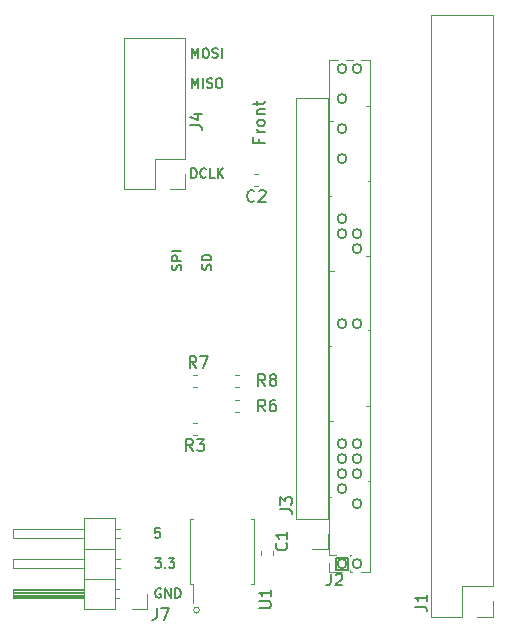
<source format=gbr>
G04 #@! TF.GenerationSoftware,KiCad,Pcbnew,(5.1.5-0)*
G04 #@! TF.CreationDate,2020-01-06T21:53:32-08:00*
G04 #@! TF.ProjectId,cisco_hwic_dev_board,63697363-6f5f-4687-9769-635f6465765f,rev?*
G04 #@! TF.SameCoordinates,Original*
G04 #@! TF.FileFunction,Legend,Top*
G04 #@! TF.FilePolarity,Positive*
%FSLAX46Y46*%
G04 Gerber Fmt 4.6, Leading zero omitted, Abs format (unit mm)*
G04 Created by KiCad (PCBNEW (5.1.5-0)) date 2020-01-06 21:53:32*
%MOMM*%
%LPD*%
G04 APERTURE LIST*
%ADD10C,0.120000*%
%ADD11C,0.150000*%
G04 APERTURE END LIST*
D10*
X-551180000Y535813000D02*
G75*
G03X-551180000Y535813000I-254000J0D01*
G01*
D11*
X-550221190Y564648428D02*
X-550183095Y564762714D01*
X-550183095Y564953190D01*
X-550221190Y565029380D01*
X-550259285Y565067476D01*
X-550335476Y565105571D01*
X-550411666Y565105571D01*
X-550487857Y565067476D01*
X-550525952Y565029380D01*
X-550564047Y564953190D01*
X-550602142Y564800809D01*
X-550640238Y564724619D01*
X-550678333Y564686523D01*
X-550754523Y564648428D01*
X-550830714Y564648428D01*
X-550906904Y564686523D01*
X-550945000Y564724619D01*
X-550983095Y564800809D01*
X-550983095Y564991285D01*
X-550945000Y565105571D01*
X-550183095Y565448428D02*
X-550983095Y565448428D01*
X-550983095Y565638904D01*
X-550945000Y565753190D01*
X-550868809Y565829380D01*
X-550792619Y565867476D01*
X-550640238Y565905571D01*
X-550525952Y565905571D01*
X-550373571Y565867476D01*
X-550297380Y565829380D01*
X-550221190Y565753190D01*
X-550183095Y565638904D01*
X-550183095Y565448428D01*
X-552761190Y564584952D02*
X-552723095Y564699238D01*
X-552723095Y564889714D01*
X-552761190Y564965904D01*
X-552799285Y565004000D01*
X-552875476Y565042095D01*
X-552951666Y565042095D01*
X-553027857Y565004000D01*
X-553065952Y564965904D01*
X-553104047Y564889714D01*
X-553142142Y564737333D01*
X-553180238Y564661142D01*
X-553218333Y564623047D01*
X-553294523Y564584952D01*
X-553370714Y564584952D01*
X-553446904Y564623047D01*
X-553485000Y564661142D01*
X-553523095Y564737333D01*
X-553523095Y564927809D01*
X-553485000Y565042095D01*
X-552723095Y565384952D02*
X-553523095Y565384952D01*
X-553523095Y565689714D01*
X-553485000Y565765904D01*
X-553446904Y565804000D01*
X-553370714Y565842095D01*
X-553256428Y565842095D01*
X-553180238Y565804000D01*
X-553142142Y565765904D01*
X-553104047Y565689714D01*
X-553104047Y565384952D01*
X-552723095Y566184952D02*
X-553523095Y566184952D01*
X-554545523Y542728095D02*
X-554926476Y542728095D01*
X-554964571Y542347142D01*
X-554926476Y542385238D01*
X-554850285Y542423333D01*
X-554659809Y542423333D01*
X-554583619Y542385238D01*
X-554545523Y542347142D01*
X-554507428Y542270952D01*
X-554507428Y542080476D01*
X-554545523Y542004285D01*
X-554583619Y541966190D01*
X-554659809Y541928095D01*
X-554850285Y541928095D01*
X-554926476Y541966190D01*
X-554964571Y542004285D01*
X-554939095Y540188095D02*
X-554443857Y540188095D01*
X-554710523Y539883333D01*
X-554596238Y539883333D01*
X-554520047Y539845238D01*
X-554481952Y539807142D01*
X-554443857Y539730952D01*
X-554443857Y539540476D01*
X-554481952Y539464285D01*
X-554520047Y539426190D01*
X-554596238Y539388095D01*
X-554824809Y539388095D01*
X-554901000Y539426190D01*
X-554939095Y539464285D01*
X-554101000Y539464285D02*
X-554062904Y539426190D01*
X-554101000Y539388095D01*
X-554139095Y539426190D01*
X-554101000Y539464285D01*
X-554101000Y539388095D01*
X-553796238Y540188095D02*
X-553301000Y540188095D01*
X-553567666Y539883333D01*
X-553453380Y539883333D01*
X-553377190Y539845238D01*
X-553339095Y539807142D01*
X-553301000Y539730952D01*
X-553301000Y539540476D01*
X-553339095Y539464285D01*
X-553377190Y539426190D01*
X-553453380Y539388095D01*
X-553681952Y539388095D01*
X-553758142Y539426190D01*
X-553796238Y539464285D01*
X-554456523Y537610000D02*
X-554532714Y537648095D01*
X-554647000Y537648095D01*
X-554761285Y537610000D01*
X-554837476Y537533809D01*
X-554875571Y537457619D01*
X-554913666Y537305238D01*
X-554913666Y537190952D01*
X-554875571Y537038571D01*
X-554837476Y536962380D01*
X-554761285Y536886190D01*
X-554647000Y536848095D01*
X-554570809Y536848095D01*
X-554456523Y536886190D01*
X-554418428Y536924285D01*
X-554418428Y537190952D01*
X-554570809Y537190952D01*
X-554075571Y536848095D02*
X-554075571Y537648095D01*
X-553618428Y536848095D01*
X-553618428Y537648095D01*
X-553237476Y536848095D02*
X-553237476Y537648095D01*
X-553047000Y537648095D01*
X-552932714Y537610000D01*
X-552856523Y537533809D01*
X-552818428Y537457619D01*
X-552780333Y537305238D01*
X-552780333Y537190952D01*
X-552818428Y537038571D01*
X-552856523Y536962380D01*
X-552932714Y536886190D01*
X-553047000Y536848095D01*
X-553237476Y536848095D01*
X-546171428Y575730857D02*
X-546171428Y575397523D01*
X-545647619Y575397523D02*
X-546647619Y575397523D01*
X-546647619Y575873714D01*
X-545647619Y576254666D02*
X-546314285Y576254666D01*
X-546123809Y576254666D02*
X-546219047Y576302285D01*
X-546266666Y576349904D01*
X-546314285Y576445142D01*
X-546314285Y576540380D01*
X-545647619Y577016571D02*
X-545695238Y576921333D01*
X-545742857Y576873714D01*
X-545838095Y576826095D01*
X-546123809Y576826095D01*
X-546219047Y576873714D01*
X-546266666Y576921333D01*
X-546314285Y577016571D01*
X-546314285Y577159428D01*
X-546266666Y577254666D01*
X-546219047Y577302285D01*
X-546123809Y577349904D01*
X-545838095Y577349904D01*
X-545742857Y577302285D01*
X-545695238Y577254666D01*
X-545647619Y577159428D01*
X-545647619Y577016571D01*
X-546314285Y577778476D02*
X-545647619Y577778476D01*
X-546219047Y577778476D02*
X-546266666Y577826095D01*
X-546314285Y577921333D01*
X-546314285Y578064190D01*
X-546266666Y578159428D01*
X-546171428Y578207047D01*
X-545647619Y578207047D01*
X-546314285Y578540380D02*
X-546314285Y578921333D01*
X-546647619Y578683238D02*
X-545790476Y578683238D01*
X-545695238Y578730857D01*
X-545647619Y578826095D01*
X-545647619Y578921333D01*
X-551802142Y582568095D02*
X-551802142Y583368095D01*
X-551535476Y582796666D01*
X-551268809Y583368095D01*
X-551268809Y582568095D01*
X-550735476Y583368095D02*
X-550583095Y583368095D01*
X-550506904Y583330000D01*
X-550430714Y583253809D01*
X-550392619Y583101428D01*
X-550392619Y582834761D01*
X-550430714Y582682380D01*
X-550506904Y582606190D01*
X-550583095Y582568095D01*
X-550735476Y582568095D01*
X-550811666Y582606190D01*
X-550887857Y582682380D01*
X-550925952Y582834761D01*
X-550925952Y583101428D01*
X-550887857Y583253809D01*
X-550811666Y583330000D01*
X-550735476Y583368095D01*
X-550087857Y582606190D02*
X-549973571Y582568095D01*
X-549783095Y582568095D01*
X-549706904Y582606190D01*
X-549668809Y582644285D01*
X-549630714Y582720476D01*
X-549630714Y582796666D01*
X-549668809Y582872857D01*
X-549706904Y582910952D01*
X-549783095Y582949047D01*
X-549935476Y582987142D01*
X-550011666Y583025238D01*
X-550049761Y583063333D01*
X-550087857Y583139523D01*
X-550087857Y583215714D01*
X-550049761Y583291904D01*
X-550011666Y583330000D01*
X-549935476Y583368095D01*
X-549745000Y583368095D01*
X-549630714Y583330000D01*
X-549287857Y582568095D02*
X-549287857Y583368095D01*
X-551802142Y580028095D02*
X-551802142Y580828095D01*
X-551535476Y580256666D01*
X-551268809Y580828095D01*
X-551268809Y580028095D01*
X-550887857Y580028095D02*
X-550887857Y580828095D01*
X-550545000Y580066190D02*
X-550430714Y580028095D01*
X-550240238Y580028095D01*
X-550164047Y580066190D01*
X-550125952Y580104285D01*
X-550087857Y580180476D01*
X-550087857Y580256666D01*
X-550125952Y580332857D01*
X-550164047Y580370952D01*
X-550240238Y580409047D01*
X-550392619Y580447142D01*
X-550468809Y580485238D01*
X-550506904Y580523333D01*
X-550545000Y580599523D01*
X-550545000Y580675714D01*
X-550506904Y580751904D01*
X-550468809Y580790000D01*
X-550392619Y580828095D01*
X-550202142Y580828095D01*
X-550087857Y580790000D01*
X-549592619Y580828095D02*
X-549440238Y580828095D01*
X-549364047Y580790000D01*
X-549287857Y580713809D01*
X-549249761Y580561428D01*
X-549249761Y580294761D01*
X-549287857Y580142380D01*
X-549364047Y580066190D01*
X-549440238Y580028095D01*
X-549592619Y580028095D01*
X-549668809Y580066190D01*
X-549745000Y580142380D01*
X-549783095Y580294761D01*
X-549783095Y580561428D01*
X-549745000Y580713809D01*
X-549668809Y580790000D01*
X-549592619Y580828095D01*
X-551878333Y572408095D02*
X-551878333Y573208095D01*
X-551687857Y573208095D01*
X-551573571Y573170000D01*
X-551497380Y573093809D01*
X-551459285Y573017619D01*
X-551421190Y572865238D01*
X-551421190Y572750952D01*
X-551459285Y572598571D01*
X-551497380Y572522380D01*
X-551573571Y572446190D01*
X-551687857Y572408095D01*
X-551878333Y572408095D01*
X-550621190Y572484285D02*
X-550659285Y572446190D01*
X-550773571Y572408095D01*
X-550849761Y572408095D01*
X-550964047Y572446190D01*
X-551040238Y572522380D01*
X-551078333Y572598571D01*
X-551116428Y572750952D01*
X-551116428Y572865238D01*
X-551078333Y573017619D01*
X-551040238Y573093809D01*
X-550964047Y573170000D01*
X-550849761Y573208095D01*
X-550773571Y573208095D01*
X-550659285Y573170000D01*
X-550621190Y573131904D01*
X-549897380Y572408095D02*
X-550278333Y572408095D01*
X-550278333Y573208095D01*
X-549630714Y572408095D02*
X-549630714Y573208095D01*
X-549173571Y572408095D02*
X-549516428Y572865238D01*
X-549173571Y573208095D02*
X-549630714Y572750952D01*
D10*
X-536879800Y546760400D02*
X-536727400Y546760400D01*
X-537083000Y553059600D02*
X-536727400Y553059600D01*
X-536879800Y559511200D02*
X-536727400Y559511200D01*
X-537083000Y565759600D02*
X-536727400Y565759600D01*
X-536879800Y572109600D02*
X-536727400Y572109600D01*
X-537083000Y578510400D02*
X-536727400Y578510400D01*
X-540080200Y577240400D02*
X-539927800Y577240400D01*
X-540232600Y577240400D02*
X-539877000Y577240400D01*
X-540232600Y570890400D02*
X-540080200Y570890400D01*
X-540181800Y564540400D02*
X-539826200Y564540400D01*
X-540232600Y558139600D02*
X-540080200Y558139600D01*
X-540232600Y551789600D02*
X-539877000Y551789600D01*
X-540232600Y545388800D02*
X-540080200Y545388800D01*
D11*
X-538607000Y540258000D02*
X-538607000Y539242000D01*
X-539623000Y540258000D02*
X-538607000Y540258000D01*
X-539623000Y539242000D02*
X-539623000Y540258000D01*
X-538607000Y539242000D02*
X-539623000Y539242000D01*
X-538734000Y581660000D02*
G75*
G03X-538734000Y581660000I-381000J0D01*
G01*
X-537464000Y581660000D02*
G75*
G03X-537464000Y581660000I-381000J0D01*
G01*
X-538734000Y579120000D02*
G75*
G03X-538734000Y579120000I-381000J0D01*
G01*
X-538734000Y576580000D02*
G75*
G03X-538734000Y576580000I-381000J0D01*
G01*
X-538734000Y574040000D02*
G75*
G03X-538734000Y574040000I-381000J0D01*
G01*
X-538734000Y568960000D02*
G75*
G03X-538734000Y568960000I-381000J0D01*
G01*
X-538734000Y567690000D02*
G75*
G03X-538734000Y567690000I-381000J0D01*
G01*
X-537464000Y567690000D02*
G75*
G03X-537464000Y567690000I-381000J0D01*
G01*
X-537464000Y566420000D02*
G75*
G03X-537464000Y566420000I-381000J0D01*
G01*
X-538734000Y560070000D02*
G75*
G03X-538734000Y560070000I-381000J0D01*
G01*
X-537464000Y560070000D02*
G75*
G03X-537464000Y560070000I-381000J0D01*
G01*
X-537464000Y547370000D02*
G75*
G03X-537464000Y547370000I-381000J0D01*
G01*
X-537464000Y548640000D02*
G75*
G03X-537464000Y548640000I-381000J0D01*
G01*
X-537464000Y549910000D02*
G75*
G03X-537464000Y549910000I-381000J0D01*
G01*
X-538734000Y549910000D02*
G75*
G03X-538734000Y549910000I-381000J0D01*
G01*
X-538734000Y548640000D02*
G75*
G03X-538734000Y548640000I-381000J0D01*
G01*
X-538734000Y547370000D02*
G75*
G03X-538734000Y547370000I-381000J0D01*
G01*
X-538734000Y546100000D02*
G75*
G03X-538734000Y546100000I-381000J0D01*
G01*
X-537464000Y544830000D02*
G75*
G03X-537464000Y544830000I-381000J0D01*
G01*
X-538734000Y539750000D02*
G75*
G03X-538734000Y539750000I-381000J0D01*
G01*
X-537464000Y539750000D02*
G75*
G03X-537464000Y539750000I-381000J0D01*
G01*
D10*
X-539128000Y539064200D02*
X-540258000Y539064200D01*
X-540258000Y539826200D02*
X-540258000Y539066200D01*
X-536717730Y539064200D02*
X-537540200Y539064200D01*
X-538277530Y539055000D02*
X-538480000Y539055000D01*
X-538480000Y539186529D02*
X-538480000Y539055000D01*
X-538480000Y540512000D02*
X-538480000Y540368942D01*
X-538336942Y540512000D02*
X-538480000Y540512000D01*
X-539666071Y540510000D02*
X-540232600Y540510000D01*
X-540245000Y540512000D02*
X-540245000Y582355000D01*
X-536715000Y539064200D02*
X-536715000Y582355000D01*
X-538152530Y582355000D02*
X-538807470Y582355000D01*
X-539422530Y582355000D02*
X-540245000Y582355000D01*
X-536715000Y582355000D02*
X-537537470Y582355000D01*
X-526355000Y535245000D02*
X-527685000Y535245000D01*
X-526355000Y536575000D02*
X-526355000Y535245000D01*
X-528955000Y535245000D02*
X-531555000Y535245000D01*
X-528955000Y537845000D02*
X-528955000Y535245000D01*
X-526355000Y537845000D02*
X-528955000Y537845000D01*
X-531555000Y535245000D02*
X-531555000Y586165000D01*
X-526355000Y537845000D02*
X-526355000Y586165000D01*
X-526355000Y586165000D02*
X-531555000Y586165000D01*
X-546196733Y572772000D02*
X-546539267Y572772000D01*
X-546196733Y571752000D02*
X-546539267Y571752000D01*
X-552390000Y571440000D02*
X-553720000Y571440000D01*
X-552390000Y572770000D02*
X-552390000Y571440000D01*
X-554990000Y571440000D02*
X-557590000Y571440000D01*
X-554990000Y574040000D02*
X-554990000Y571440000D01*
X-552390000Y574040000D02*
X-554990000Y574040000D01*
X-557590000Y571440000D02*
X-557590000Y584260000D01*
X-552390000Y574040000D02*
X-552390000Y584260000D01*
X-552390000Y584260000D02*
X-557590000Y584260000D01*
X-540325000Y540960000D02*
X-541655000Y540960000D01*
X-540325000Y542290000D02*
X-540325000Y540960000D01*
X-540325000Y543560000D02*
X-542985000Y543560000D01*
X-542985000Y543560000D02*
X-542985000Y579180000D01*
X-540325000Y543560000D02*
X-540325000Y579180000D01*
X-540325000Y579180000D02*
X-542985000Y579180000D01*
X-545975000Y540796267D02*
X-545975000Y540453733D01*
X-544955000Y540796267D02*
X-544955000Y540453733D01*
X-551740000Y538062500D02*
X-551740000Y536410000D01*
X-552022500Y538062500D02*
X-551740000Y538062500D01*
X-552022500Y540810000D02*
X-552022500Y538062500D01*
X-552022500Y543557500D02*
X-551740000Y543557500D01*
X-552022500Y540810000D02*
X-552022500Y543557500D01*
X-546527500Y538062500D02*
X-546810000Y538062500D01*
X-546527500Y540810000D02*
X-546527500Y538062500D01*
X-546527500Y543557500D02*
X-546810000Y543557500D01*
X-546527500Y540810000D02*
X-546527500Y543557500D01*
X-555625000Y535940000D02*
X-556895000Y535940000D01*
X-555625000Y537210000D02*
X-555625000Y535940000D01*
X-557937929Y542670000D02*
X-558335000Y542670000D01*
X-557937929Y541910000D02*
X-558335000Y541910000D01*
X-566995000Y542670000D02*
X-560995000Y542670000D01*
X-566995000Y541910000D02*
X-566995000Y542670000D01*
X-560995000Y541910000D02*
X-566995000Y541910000D01*
X-558335000Y541020000D02*
X-560995000Y541020000D01*
X-557937929Y540130000D02*
X-558335000Y540130000D01*
X-557937929Y539370000D02*
X-558335000Y539370000D01*
X-566995000Y540130000D02*
X-560995000Y540130000D01*
X-566995000Y539370000D02*
X-566995000Y540130000D01*
X-560995000Y539370000D02*
X-566995000Y539370000D01*
X-558335000Y538480000D02*
X-560995000Y538480000D01*
X-558005000Y537590000D02*
X-558335000Y537590000D01*
X-558005000Y536830000D02*
X-558335000Y536830000D01*
X-560995000Y537490000D02*
X-566995000Y537490000D01*
X-560995000Y537370000D02*
X-566995000Y537370000D01*
X-560995000Y537250000D02*
X-566995000Y537250000D01*
X-560995000Y537130000D02*
X-566995000Y537130000D01*
X-560995000Y537010000D02*
X-566995000Y537010000D01*
X-560995000Y536890000D02*
X-566995000Y536890000D01*
X-566995000Y537590000D02*
X-560995000Y537590000D01*
X-566995000Y536830000D02*
X-566995000Y537590000D01*
X-560995000Y536830000D02*
X-566995000Y536830000D01*
X-560995000Y535880000D02*
X-558335000Y535880000D01*
X-560995000Y543620000D02*
X-560995000Y535880000D01*
X-558335000Y543620000D02*
X-560995000Y543620000D01*
X-558335000Y535880000D02*
X-558335000Y543620000D01*
X-548190267Y554734000D02*
X-547847733Y554734000D01*
X-548190267Y555754000D02*
X-547847733Y555754000D01*
X-551375733Y555754000D02*
X-551718267Y555754000D01*
X-551375733Y554734000D02*
X-551718267Y554734000D01*
X-548190267Y552575000D02*
X-547847733Y552575000D01*
X-548190267Y553595000D02*
X-547847733Y553595000D01*
X-551403733Y551690000D02*
X-551746267Y551690000D01*
X-551403733Y550670000D02*
X-551746267Y550670000D01*
D11*
X-540083333Y538900619D02*
X-540083333Y538186333D01*
X-540130952Y538043476D01*
X-540226190Y537948238D01*
X-540369047Y537900619D01*
X-540464285Y537900619D01*
X-539654761Y538805380D02*
X-539607142Y538853000D01*
X-539511904Y538900619D01*
X-539273809Y538900619D01*
X-539178571Y538853000D01*
X-539130952Y538805380D01*
X-539083333Y538710142D01*
X-539083333Y538614904D01*
X-539130952Y538472047D01*
X-539702380Y537900619D01*
X-539083333Y537900619D01*
X-532931619Y536114666D02*
X-532217333Y536114666D01*
X-532074476Y536067047D01*
X-531979238Y535971809D01*
X-531931619Y535828952D01*
X-531931619Y535733714D01*
X-531931619Y537114666D02*
X-531931619Y536543238D01*
X-531931619Y536828952D02*
X-532931619Y536828952D01*
X-532788761Y536733714D01*
X-532693523Y536638476D01*
X-532645904Y536543238D01*
X-546534666Y570474857D02*
X-546582285Y570427238D01*
X-546725142Y570379619D01*
X-546820380Y570379619D01*
X-546963238Y570427238D01*
X-547058476Y570522476D01*
X-547106095Y570617714D01*
X-547153714Y570808190D01*
X-547153714Y570951047D01*
X-547106095Y571141523D01*
X-547058476Y571236761D01*
X-546963238Y571332000D01*
X-546820380Y571379619D01*
X-546725142Y571379619D01*
X-546582285Y571332000D01*
X-546534666Y571284380D01*
X-546153714Y571284380D02*
X-546106095Y571332000D01*
X-546010857Y571379619D01*
X-545772761Y571379619D01*
X-545677523Y571332000D01*
X-545629904Y571284380D01*
X-545582285Y571189142D01*
X-545582285Y571093904D01*
X-545629904Y570951047D01*
X-546201333Y570379619D01*
X-545582285Y570379619D01*
X-551981619Y576881666D02*
X-551267333Y576881666D01*
X-551124476Y576834047D01*
X-551029238Y576738809D01*
X-550981619Y576595952D01*
X-550981619Y576500714D01*
X-551648285Y577786428D02*
X-550981619Y577786428D01*
X-552029238Y577548333D02*
X-551314952Y577310238D01*
X-551314952Y577929285D01*
X-544361619Y544369666D02*
X-543647333Y544369666D01*
X-543504476Y544322047D01*
X-543409238Y544226809D01*
X-543361619Y544083952D01*
X-543361619Y543988714D01*
X-544361619Y544750619D02*
X-544361619Y545369666D01*
X-543980666Y545036333D01*
X-543980666Y545179190D01*
X-543933047Y545274428D01*
X-543885428Y545322047D01*
X-543790190Y545369666D01*
X-543552095Y545369666D01*
X-543456857Y545322047D01*
X-543409238Y545274428D01*
X-543361619Y545179190D01*
X-543361619Y544893476D01*
X-543409238Y544798238D01*
X-543456857Y544750619D01*
X-543837857Y541488333D02*
X-543790238Y541440714D01*
X-543742619Y541297857D01*
X-543742619Y541202619D01*
X-543790238Y541059761D01*
X-543885476Y540964523D01*
X-543980714Y540916904D01*
X-544171190Y540869285D01*
X-544314047Y540869285D01*
X-544504523Y540916904D01*
X-544599761Y540964523D01*
X-544695000Y541059761D01*
X-544742619Y541202619D01*
X-544742619Y541297857D01*
X-544695000Y541440714D01*
X-544647380Y541488333D01*
X-543742619Y542440714D02*
X-543742619Y541869285D01*
X-543742619Y542155000D02*
X-544742619Y542155000D01*
X-544599761Y542059761D01*
X-544504523Y541964523D01*
X-544456904Y541869285D01*
X-546139619Y535984095D02*
X-545330095Y535984095D01*
X-545234857Y536031714D01*
X-545187238Y536079333D01*
X-545139619Y536174571D01*
X-545139619Y536365047D01*
X-545187238Y536460285D01*
X-545234857Y536507904D01*
X-545330095Y536555523D01*
X-546139619Y536555523D01*
X-545139619Y537555523D02*
X-545139619Y536984095D01*
X-545139619Y537269809D02*
X-546139619Y537269809D01*
X-545996761Y537174571D01*
X-545901523Y537079333D01*
X-545853904Y536984095D01*
X-554815333Y535979619D02*
X-554815333Y535265333D01*
X-554862952Y535122476D01*
X-554958190Y535027238D01*
X-555101047Y534979619D01*
X-555196285Y534979619D01*
X-554434380Y535979619D02*
X-553767714Y535979619D01*
X-554196285Y534979619D01*
X-545631666Y554791619D02*
X-545965000Y555267809D01*
X-546203095Y554791619D02*
X-546203095Y555791619D01*
X-545822142Y555791619D01*
X-545726904Y555744000D01*
X-545679285Y555696380D01*
X-545631666Y555601142D01*
X-545631666Y555458285D01*
X-545679285Y555363047D01*
X-545726904Y555315428D01*
X-545822142Y555267809D01*
X-546203095Y555267809D01*
X-545060238Y555363047D02*
X-545155476Y555410666D01*
X-545203095Y555458285D01*
X-545250714Y555553523D01*
X-545250714Y555601142D01*
X-545203095Y555696380D01*
X-545155476Y555744000D01*
X-545060238Y555791619D01*
X-544869761Y555791619D01*
X-544774523Y555744000D01*
X-544726904Y555696380D01*
X-544679285Y555601142D01*
X-544679285Y555553523D01*
X-544726904Y555458285D01*
X-544774523Y555410666D01*
X-544869761Y555363047D01*
X-545060238Y555363047D01*
X-545155476Y555315428D01*
X-545203095Y555267809D01*
X-545250714Y555172571D01*
X-545250714Y554982095D01*
X-545203095Y554886857D01*
X-545155476Y554839238D01*
X-545060238Y554791619D01*
X-544869761Y554791619D01*
X-544774523Y554839238D01*
X-544726904Y554886857D01*
X-544679285Y554982095D01*
X-544679285Y555172571D01*
X-544726904Y555267809D01*
X-544774523Y555315428D01*
X-544869761Y555363047D01*
X-551445666Y556315619D02*
X-551779000Y556791809D01*
X-552017095Y556315619D02*
X-552017095Y557315619D01*
X-551636142Y557315619D01*
X-551540904Y557268000D01*
X-551493285Y557220380D01*
X-551445666Y557125142D01*
X-551445666Y556982285D01*
X-551493285Y556887047D01*
X-551540904Y556839428D01*
X-551636142Y556791809D01*
X-552017095Y556791809D01*
X-551112333Y557315619D02*
X-550445666Y557315619D01*
X-550874238Y556315619D01*
X-545631666Y552632619D02*
X-545965000Y553108809D01*
X-546203095Y552632619D02*
X-546203095Y553632619D01*
X-545822142Y553632619D01*
X-545726904Y553585000D01*
X-545679285Y553537380D01*
X-545631666Y553442142D01*
X-545631666Y553299285D01*
X-545679285Y553204047D01*
X-545726904Y553156428D01*
X-545822142Y553108809D01*
X-546203095Y553108809D01*
X-544774523Y553632619D02*
X-544965000Y553632619D01*
X-545060238Y553585000D01*
X-545107857Y553537380D01*
X-545203095Y553394523D01*
X-545250714Y553204047D01*
X-545250714Y552823095D01*
X-545203095Y552727857D01*
X-545155476Y552680238D01*
X-545060238Y552632619D01*
X-544869761Y552632619D01*
X-544774523Y552680238D01*
X-544726904Y552727857D01*
X-544679285Y552823095D01*
X-544679285Y553061190D01*
X-544726904Y553156428D01*
X-544774523Y553204047D01*
X-544869761Y553251666D01*
X-545060238Y553251666D01*
X-545155476Y553204047D01*
X-545203095Y553156428D01*
X-545250714Y553061190D01*
X-551741666Y549297619D02*
X-552075000Y549773809D01*
X-552313095Y549297619D02*
X-552313095Y550297619D01*
X-551932142Y550297619D01*
X-551836904Y550250000D01*
X-551789285Y550202380D01*
X-551741666Y550107142D01*
X-551741666Y549964285D01*
X-551789285Y549869047D01*
X-551836904Y549821428D01*
X-551932142Y549773809D01*
X-552313095Y549773809D01*
X-551408333Y550297619D02*
X-550789285Y550297619D01*
X-551122619Y549916666D01*
X-550979761Y549916666D01*
X-550884523Y549869047D01*
X-550836904Y549821428D01*
X-550789285Y549726190D01*
X-550789285Y549488095D01*
X-550836904Y549392857D01*
X-550884523Y549345238D01*
X-550979761Y549297619D01*
X-551265476Y549297619D01*
X-551360714Y549345238D01*
X-551408333Y549392857D01*
M02*

</source>
